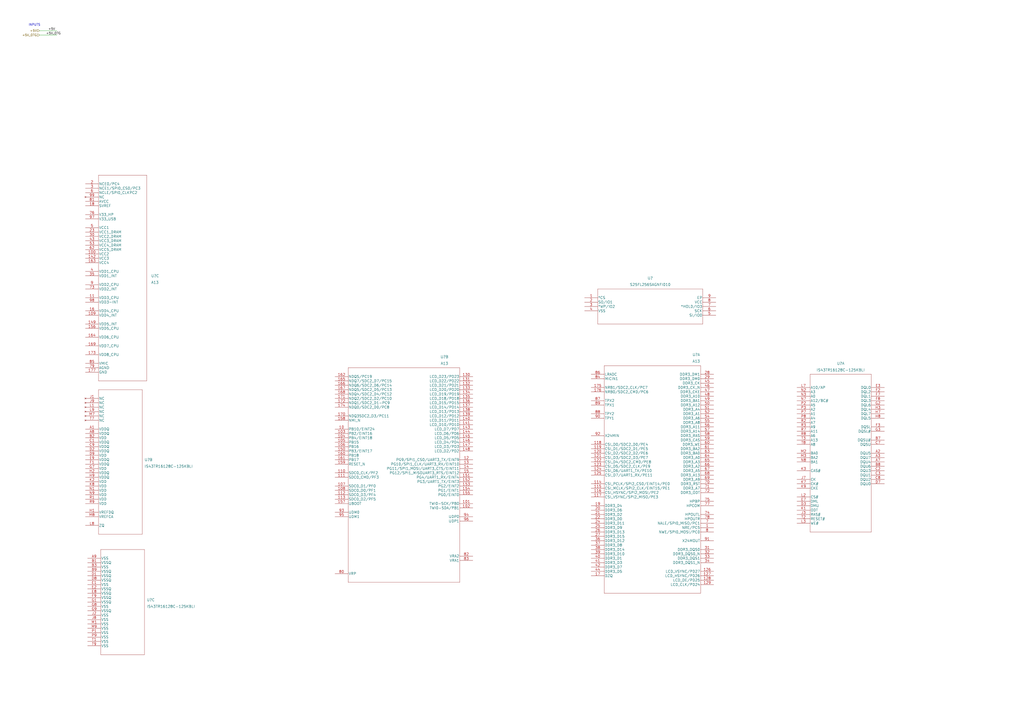
<source format=kicad_sch>
(kicad_sch (version 20211123) (generator eeschema)
  (paper "A2")
  (title_block (title "srvant. BMC prototype") (date "2022-05-31") (rev "0.2"))
  (wire (pts (xy 22.86 20.32) (xy 33.02 20.32)))
  (wire (pts (xy 22.86 17.78) (xy 33.02 17.78)))
  (text "INPUTS" (at 16.51 15.24 0) (effects (font (size 1.27 1.27)) (justify left bottom)))
  (label "+5V" (at 27.94 17.78 0))
  (label "+5V_OTG" (at 26.67 20.32 0))
  (hierarchical_label "+5V_OTG" (shape input) (at 22.86 20.32 180))
  (hierarchical_label "+5V" (shape input) (at 22.86 17.78 180))
  (symbol (lib_name "A13_2") (lib_id "a13_func_edited:A13") (at 342.9 217.17 0) (unit 1)
    (property "Reference" "U?" (at 403.86 205.74 0) (effects (font (size 1.524 1.524))))
    (property "Value" "A13" (at 403.86 209.55 0) (effects (font (size 1.524 1.524))))
    (property "Footprint" "eLQFP176L_20X20X1P4_AWT" (effects hide))
  )
  (symbol (lib_id "IS43TR16128C-125KBLI:IS43TR16128C-125KBLI") (at 50.8 323.85 0) (unit 3)
    (property "Reference" "U?" (at 85.09 347.98 0) (effects (font (size 1.524 1.524)) (justify left)))
    (property "Value" "IS43TR16128C-125KBLI" (at 85.09 351.79 0) (effects (font (size 1.524 1.524)) (justify left)))
    (property "Footprint" "TW-BGA96L_ISI" (effects hide))
  )
  (symbol (lib_id "IS43TR16128C-125KBLI:IS43TR16128C-125KBLI") (at 49.53 231.14 0) (unit 2)
    (property "Reference" "U?" (at 83.82 266.7 0) (effects (font (size 1.524 1.524)) (justify left)))
    (property "Value" "IS43TR16128C-125KBLI" (at 83.82 270.51 0) (effects (font (size 1.524 1.524)) (justify left)))
    (property "Footprint" "TW-BGA96L_ISI" (effects hide))
  )
  (symbol (lib_id "a13_func_edited:A13") (at 49.53 106.68 0) (unit 3)
    (property "Reference" "U?" (at 87.63 160.02 0) (effects (font (size 1.524 1.524)) (justify left)))
    (property "Value" "A13" (at 87.63 163.83 0) (effects (font (size 1.524 1.524)) (justify left)))
    (property "Footprint" "eLQFP176L_20X20X1P4_AWT" (effects hide))
  )
  (symbol (lib_name "A13_1") (lib_id "a13_func_edited:A13") (at 194.31 218.44 0) (unit 2)
    (property "Reference" "U?" (at 257.81 207.01 0) (effects (font (size 1.524 1.524))))
    (property "Value" "A13" (at 257.81 210.82 0) (effects (font (size 1.524 1.524))))
    (property "Footprint" "eLQFP176L_20X20X1P4_AWT" (effects hide))
  )
  (symbol (lib_id "IS43TR16128C-125KBLI:IS43TR16128C-125KBLI") (at 462.28 224.79 0) (unit 1)
    (property "Reference" "U?" (at 487.68 210.82 0) (effects (font (size 1.524 1.524))))
    (property "Value" "IS43TR16128C-125KBLI" (at 487.68 214.63 0) (effects (font (size 1.524 1.524))))
    (property "Footprint" "TW-BGA96L_ISI" (effects hide))
  )
  (symbol (lib_id "ul_spi_flash_S25FL256SAGNFI010:S25FL256SAGNFI010") (at 339.09 172.72 0) (unit 1)
    (property "Reference" "U?" (at 377.19 161.29 0) (effects (font (size 1.524 1.524))))
    (property "Value" "S25FL256SAGNFI010" (at 377.19 165.1 0) (effects (font (size 1.524 1.524))))
    (property "Footprint" "WNG008_SPA" (effects hide))
  )
)
</source>
